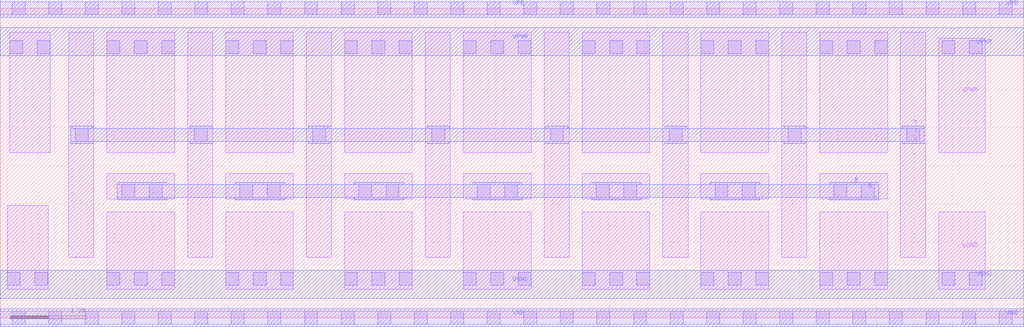
<source format=lef>
# Copyright 2020 The SkyWater PDK Authors
#
# Licensed under the Apache License, Version 2.0 (the "License");
# you may not use this file except in compliance with the License.
# You may obtain a copy of the License at
#
#     https://www.apache.org/licenses/LICENSE-2.0
#
# Unless required by applicable law or agreed to in writing, software
# distributed under the License is distributed on an "AS IS" BASIS,
# WITHOUT WARRANTIES OR CONDITIONS OF ANY KIND, either express or implied.
# See the License for the specific language governing permissions and
# limitations under the License.
#
# SPDX-License-Identifier: Apache-2.0

VERSION 5.7 ;
  NAMESCASESENSITIVE ON ;
  NOWIREEXTENSIONATPIN ON ;
  DIVIDERCHAR "/" ;
  BUSBITCHARS "[]" ;
UNITS
  DATABASE MICRONS 200 ;
END UNITS
MACRO sky130_fd_sc_hvl__inv_16
  CLASS CORE ;
  SOURCE USER ;
  FOREIGN sky130_fd_sc_hvl__inv_16 ;
  ORIGIN  0.000000  0.000000 ;
  SIZE  13.44000 BY  4.070000 ;
  SYMMETRY X Y ;
  SITE unithv ;
  PIN A
    ANTENNAGATEAREA  18.00000 ;
    DIRECTION INPUT ;
    USE SIGNAL ;
    PORT
      LAYER li1 ;
        RECT  1.400000 1.565000  2.290000 1.895000 ;
        RECT  2.960000 1.565000  3.850000 1.895000 ;
        RECT  4.520000 1.565000  5.410000 1.895000 ;
        RECT  6.080000 1.565000  6.970000 1.895000 ;
        RECT  7.640000 1.565000  8.530000 1.895000 ;
        RECT  9.200000 1.565000 10.090000 1.895000 ;
        RECT 10.760000 1.565000 11.650000 1.895000 ;
      LAYER mcon ;
        RECT  1.595000 1.580000  1.765000 1.750000 ;
        RECT  1.955000 1.580000  2.125000 1.750000 ;
        RECT  3.145000 1.580000  3.315000 1.750000 ;
        RECT  3.505000 1.580000  3.675000 1.750000 ;
        RECT  4.705000 1.580000  4.875000 1.750000 ;
        RECT  5.065000 1.580000  5.235000 1.750000 ;
        RECT  6.265000 1.580000  6.435000 1.750000 ;
        RECT  6.625000 1.580000  6.795000 1.750000 ;
        RECT  7.825000 1.580000  7.995000 1.750000 ;
        RECT  8.185000 1.580000  8.355000 1.750000 ;
        RECT  9.385000 1.580000  9.555000 1.750000 ;
        RECT  9.745000 1.580000  9.915000 1.750000 ;
        RECT 10.945000 1.580000 11.115000 1.750000 ;
        RECT 11.305000 1.580000 11.475000 1.750000 ;
      LAYER met1 ;
        RECT  1.535000 1.550000  2.185000 1.580000 ;
        RECT  1.535000 1.580000 11.535000 1.750000 ;
        RECT  1.535000 1.750000  2.185000 1.780000 ;
        RECT  3.085000 1.550000  3.735000 1.580000 ;
        RECT  3.085000 1.750000  3.735000 1.780000 ;
        RECT  4.645000 1.550000  5.295000 1.580000 ;
        RECT  4.645000 1.750000  5.295000 1.780000 ;
        RECT  6.205000 1.550000  6.855000 1.580000 ;
        RECT  6.205000 1.750000  6.855000 1.780000 ;
        RECT  7.765000 1.550000  8.415000 1.580000 ;
        RECT  7.765000 1.750000  8.415000 1.780000 ;
        RECT  9.325000 1.550000  9.975000 1.580000 ;
        RECT  9.325000 1.750000  9.975000 1.780000 ;
        RECT 10.885000 1.550000 11.535000 1.580000 ;
        RECT 10.885000 1.750000 11.535000 1.780000 ;
    END
  END A
  PIN Y
    ANTENNADIFFAREA  5.040000 ;
    DIRECTION OUTPUT ;
    USE SIGNAL ;
    PORT
      LAYER li1 ;
        RECT  0.900000 0.795000  1.230000 3.755000 ;
        RECT  2.460000 0.795000  2.790000 3.755000 ;
        RECT  4.020000 0.795000  4.350000 3.755000 ;
        RECT  5.580000 0.795000  5.910000 3.755000 ;
        RECT  7.140000 0.795000  7.470000 3.755000 ;
        RECT  8.700000 0.795000  9.030000 3.755000 ;
        RECT 10.260000 0.795000 10.590000 3.755000 ;
        RECT 11.820000 0.795000 12.150000 3.755000 ;
      LAYER mcon ;
        RECT  0.985000 2.320000  1.155000 2.490000 ;
        RECT  2.545000 2.320000  2.715000 2.490000 ;
        RECT  4.105000 2.320000  4.275000 2.490000 ;
        RECT  5.665000 2.320000  5.835000 2.490000 ;
        RECT  7.225000 2.320000  7.395000 2.490000 ;
        RECT  8.785000 2.320000  8.955000 2.490000 ;
        RECT 10.345000 2.320000 10.515000 2.490000 ;
        RECT 11.905000 2.320000 12.075000 2.490000 ;
      LAYER met1 ;
        RECT  0.925000 2.290000  1.215000 2.320000 ;
        RECT  0.925000 2.320000 12.135000 2.490000 ;
        RECT  0.925000 2.490000  1.215000 2.520000 ;
        RECT  2.485000 2.290000  2.775000 2.320000 ;
        RECT  2.485000 2.490000  2.775000 2.520000 ;
        RECT  4.045000 2.290000  4.335000 2.320000 ;
        RECT  4.045000 2.490000  4.335000 2.520000 ;
        RECT  5.605000 2.290000  5.895000 2.320000 ;
        RECT  5.605000 2.490000  5.895000 2.520000 ;
        RECT  7.165000 2.290000  7.455000 2.320000 ;
        RECT  7.165000 2.490000  7.455000 2.520000 ;
        RECT  8.725000 2.290000  9.015000 2.320000 ;
        RECT  8.725000 2.490000  9.015000 2.520000 ;
        RECT 10.285000 2.290000 10.575000 2.320000 ;
        RECT 10.285000 2.490000 10.575000 2.520000 ;
        RECT 11.845000 2.290000 12.135000 2.320000 ;
        RECT 11.845000 2.490000 12.135000 2.520000 ;
    END
  END Y
  PIN VGND
    DIRECTION INOUT ;
    USE GROUND ;
    PORT
      LAYER li1 ;
        RECT  0.095000 0.375000  0.630000 1.475000 ;
        RECT  1.400000 0.375000  2.290000 1.395000 ;
        RECT  2.960000 0.375000  3.850000 1.395000 ;
        RECT  4.520000 0.375000  5.410000 1.395000 ;
        RECT  6.080000 0.375000  6.970000 1.395000 ;
        RECT  7.640000 0.375000  8.530000 1.395000 ;
        RECT  9.200000 0.375000 10.090000 1.395000 ;
        RECT 10.760000 0.375000 11.650000 1.395000 ;
        RECT 12.320000 0.375000 12.935000 1.395000 ;
      LAYER mcon ;
        RECT  0.095000 0.425000  0.265000 0.595000 ;
        RECT  0.455000 0.425000  0.625000 0.595000 ;
        RECT  1.400000 0.425000  1.570000 0.595000 ;
        RECT  1.760000 0.425000  1.930000 0.595000 ;
        RECT  2.120000 0.425000  2.290000 0.595000 ;
        RECT  2.960000 0.425000  3.130000 0.595000 ;
        RECT  3.320000 0.425000  3.490000 0.595000 ;
        RECT  3.680000 0.425000  3.850000 0.595000 ;
        RECT  4.520000 0.425000  4.690000 0.595000 ;
        RECT  4.880000 0.425000  5.050000 0.595000 ;
        RECT  5.240000 0.425000  5.410000 0.595000 ;
        RECT  6.080000 0.425000  6.250000 0.595000 ;
        RECT  6.440000 0.425000  6.610000 0.595000 ;
        RECT  6.800000 0.425000  6.970000 0.595000 ;
        RECT  7.640000 0.425000  7.810000 0.595000 ;
        RECT  8.000000 0.425000  8.170000 0.595000 ;
        RECT  8.360000 0.425000  8.530000 0.595000 ;
        RECT  9.200000 0.425000  9.370000 0.595000 ;
        RECT  9.560000 0.425000  9.730000 0.595000 ;
        RECT  9.920000 0.425000 10.090000 0.595000 ;
        RECT 10.760000 0.425000 10.930000 0.595000 ;
        RECT 11.120000 0.425000 11.290000 0.595000 ;
        RECT 11.480000 0.425000 11.650000 0.595000 ;
        RECT 12.365000 0.425000 12.535000 0.595000 ;
        RECT 12.725000 0.425000 12.895000 0.595000 ;
      LAYER met1 ;
        RECT 0.000000 0.255000 13.440000 0.625000 ;
    END
  END VGND
  PIN VNB
    DIRECTION INOUT ;
    USE GROUND ;
    PORT
      LAYER li1 ;
        RECT 0.000000 -0.085000 13.440000 0.085000 ;
      LAYER mcon ;
        RECT  0.155000 -0.085000  0.325000 0.085000 ;
        RECT  0.635000 -0.085000  0.805000 0.085000 ;
        RECT  1.115000 -0.085000  1.285000 0.085000 ;
        RECT  1.595000 -0.085000  1.765000 0.085000 ;
        RECT  2.075000 -0.085000  2.245000 0.085000 ;
        RECT  2.555000 -0.085000  2.725000 0.085000 ;
        RECT  3.035000 -0.085000  3.205000 0.085000 ;
        RECT  3.515000 -0.085000  3.685000 0.085000 ;
        RECT  3.995000 -0.085000  4.165000 0.085000 ;
        RECT  4.475000 -0.085000  4.645000 0.085000 ;
        RECT  4.955000 -0.085000  5.125000 0.085000 ;
        RECT  5.435000 -0.085000  5.605000 0.085000 ;
        RECT  5.915000 -0.085000  6.085000 0.085000 ;
        RECT  6.395000 -0.085000  6.565000 0.085000 ;
        RECT  6.875000 -0.085000  7.045000 0.085000 ;
        RECT  7.355000 -0.085000  7.525000 0.085000 ;
        RECT  7.835000 -0.085000  8.005000 0.085000 ;
        RECT  8.315000 -0.085000  8.485000 0.085000 ;
        RECT  8.795000 -0.085000  8.965000 0.085000 ;
        RECT  9.275000 -0.085000  9.445000 0.085000 ;
        RECT  9.755000 -0.085000  9.925000 0.085000 ;
        RECT 10.235000 -0.085000 10.405000 0.085000 ;
        RECT 10.715000 -0.085000 10.885000 0.085000 ;
        RECT 11.195000 -0.085000 11.365000 0.085000 ;
        RECT 11.675000 -0.085000 11.845000 0.085000 ;
        RECT 12.155000 -0.085000 12.325000 0.085000 ;
        RECT 12.635000 -0.085000 12.805000 0.085000 ;
        RECT 13.115000 -0.085000 13.285000 0.085000 ;
      LAYER met1 ;
        RECT 0.000000 -0.115000 13.440000 0.115000 ;
    END
  END VNB
  PIN VPB
    DIRECTION INOUT ;
    USE POWER ;
    PORT
      LAYER li1 ;
        RECT 0.000000 3.985000 13.440000 4.155000 ;
      LAYER mcon ;
        RECT  0.155000 3.985000  0.325000 4.155000 ;
        RECT  0.635000 3.985000  0.805000 4.155000 ;
        RECT  1.115000 3.985000  1.285000 4.155000 ;
        RECT  1.595000 3.985000  1.765000 4.155000 ;
        RECT  2.075000 3.985000  2.245000 4.155000 ;
        RECT  2.555000 3.985000  2.725000 4.155000 ;
        RECT  3.035000 3.985000  3.205000 4.155000 ;
        RECT  3.515000 3.985000  3.685000 4.155000 ;
        RECT  3.995000 3.985000  4.165000 4.155000 ;
        RECT  4.475000 3.985000  4.645000 4.155000 ;
        RECT  4.955000 3.985000  5.125000 4.155000 ;
        RECT  5.435000 3.985000  5.605000 4.155000 ;
        RECT  5.915000 3.985000  6.085000 4.155000 ;
        RECT  6.395000 3.985000  6.565000 4.155000 ;
        RECT  6.875000 3.985000  7.045000 4.155000 ;
        RECT  7.355000 3.985000  7.525000 4.155000 ;
        RECT  7.835000 3.985000  8.005000 4.155000 ;
        RECT  8.315000 3.985000  8.485000 4.155000 ;
        RECT  8.795000 3.985000  8.965000 4.155000 ;
        RECT  9.275000 3.985000  9.445000 4.155000 ;
        RECT  9.755000 3.985000  9.925000 4.155000 ;
        RECT 10.235000 3.985000 10.405000 4.155000 ;
        RECT 10.715000 3.985000 10.885000 4.155000 ;
        RECT 11.195000 3.985000 11.365000 4.155000 ;
        RECT 11.675000 3.985000 11.845000 4.155000 ;
        RECT 12.155000 3.985000 12.325000 4.155000 ;
        RECT 12.635000 3.985000 12.805000 4.155000 ;
        RECT 13.115000 3.985000 13.285000 4.155000 ;
      LAYER met1 ;
        RECT 0.000000 3.955000 13.440000 4.185000 ;
    END
  END VPB
  PIN VPWR
    DIRECTION INOUT ;
    USE POWER ;
    PORT
      LAYER li1 ;
        RECT  0.125000 2.175000  0.655000 3.755000 ;
        RECT  1.400000 2.175000  2.290000 3.755000 ;
        RECT  2.960000 2.175000  3.850000 3.755000 ;
        RECT  4.520000 2.175000  5.410000 3.755000 ;
        RECT  6.080000 2.175000  6.970000 3.755000 ;
        RECT  7.640000 2.175000  8.530000 3.755000 ;
        RECT  9.200000 2.175000 10.090000 3.755000 ;
        RECT 10.760000 2.175000 11.650000 3.755000 ;
        RECT 12.320000 2.175000 12.935000 3.675000 ;
      LAYER mcon ;
        RECT  0.125000 3.475000  0.295000 3.645000 ;
        RECT  0.485000 3.475000  0.655000 3.645000 ;
        RECT  1.400000 3.475000  1.570000 3.645000 ;
        RECT  1.760000 3.475000  1.930000 3.645000 ;
        RECT  2.120000 3.475000  2.290000 3.645000 ;
        RECT  2.960000 3.475000  3.130000 3.645000 ;
        RECT  3.320000 3.475000  3.490000 3.645000 ;
        RECT  3.680000 3.475000  3.850000 3.645000 ;
        RECT  4.520000 3.475000  4.690000 3.645000 ;
        RECT  4.880000 3.475000  5.050000 3.645000 ;
        RECT  5.240000 3.475000  5.410000 3.645000 ;
        RECT  6.080000 3.475000  6.250000 3.645000 ;
        RECT  6.440000 3.475000  6.610000 3.645000 ;
        RECT  6.800000 3.475000  6.970000 3.645000 ;
        RECT  7.640000 3.475000  7.810000 3.645000 ;
        RECT  8.000000 3.475000  8.170000 3.645000 ;
        RECT  8.360000 3.475000  8.530000 3.645000 ;
        RECT  9.200000 3.475000  9.370000 3.645000 ;
        RECT  9.560000 3.475000  9.730000 3.645000 ;
        RECT  9.920000 3.475000 10.090000 3.645000 ;
        RECT 10.760000 3.475000 10.930000 3.645000 ;
        RECT 11.120000 3.475000 11.290000 3.645000 ;
        RECT 11.480000 3.475000 11.650000 3.645000 ;
        RECT 12.365000 3.475000 12.535000 3.645000 ;
        RECT 12.725000 3.475000 12.895000 3.645000 ;
      LAYER met1 ;
        RECT 0.000000 3.445000 13.440000 3.815000 ;
    END
  END VPWR
END sky130_fd_sc_hvl__inv_16

</source>
